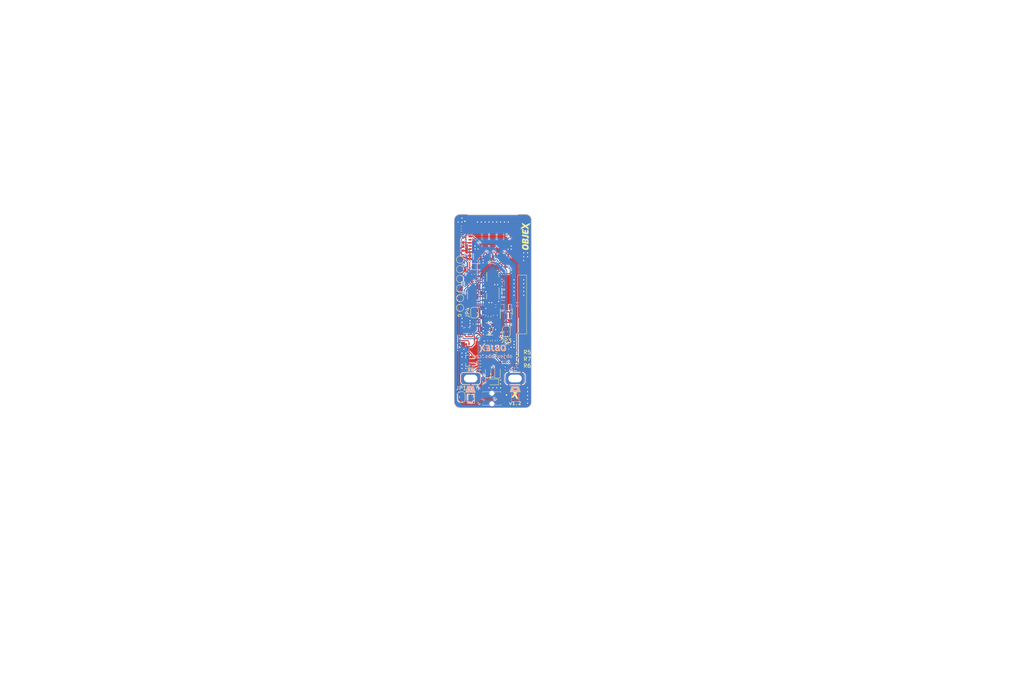
<source format=kicad_pcb>
(kicad_pcb (version 20221018) (generator pcbnew)
  (title_block (title "DW Sensor Module - (No modular design)") (date "2023-04-04") (rev "1.2") (company "OBJEX") (comment 1 "objexlabs.com") (comment 2 "Designer: Salvatore Raccardi"))
  (layers (0 "F.Cu" signal) (31 "B.Cu" signal) (34 "B.Paste" user) (35 "F.Paste" user) (36 "B.SilkS" user "B.Silkscreen") (37 "F.SilkS" user "F.Silkscreen") (38 "B.Mask" user) (39 "F.Mask" user) (44 "Edge.Cuts" user))
  (net 0 "")
  (net 1 "/Microcontroller + WiFi-BLE/EN")
  (net 2 "GND")
  (net 3 "/Microcontroller + WiFi-BLE/GPIO0")
  (net 4 "/Microcontroller + WiFi-BLE/GPIO1")
  (net 5 "+3V3")
  (net 6 "VCC")
  (net 7 "Net-(U5A-B)")
  (net 8 "Net-(JP3-A)")
  (net 9 "/Microcontroller + WiFi-BLE/BATT_LVL")
  (net 10 "+1V8")
  (net 11 "Net-(D1-A)")
  (net 12 "Net-(D2-A)")
  (net 13 "Net-(D3-A)")
  (net 14 "+BATT")
  (net 15 "Net-(D5-A)")
  (net 16 "Net-(U5A-Y)")
  (net 17 "/Power Latch - Rising & falling edge detector /Gate")
  (net 18 "/Microcontroller + WiFi-BLE/AUTO_TURN_OFF")
  (net 19 "Net-(Q4-S)")
  (net 20 "/Microcontroller + WiFi-BLE/GPIO8")
  (net 21 "Net-(Q5-S)")
  (net 22 "/Microcontroller + WiFi-BLE/GPIO2")
  (net 23 "/Microcontroller + WiFi-BLE/LED_RED")
  (net 24 "Net-(U2-EN)")
  (net 25 "Net-(U3-OUT)")
  (net 26 "Net-(R6-Pad2)")
  (net 27 "Net-(U4A-Y)")
  (net 28 "/Microcontroller + WiFi-BLE/IN_STATUS")
  (net 29 "Net-(U6-SDO)")
  (net 30 "Net-(U6-CSB)")
  (net 31 "/Microcontroller + WiFi-BLE/LED_GREEN")
  (net 32 "/Microcontroller + WiFi-BLE/LED_BLUE")
  (net 35 "/Microcontroller + WiFi-BLE/TX{slash}GPIO21")
  (net 36 "/Microcontroller + WiFi-BLE/RX{slash}GPIO20")
  (net 37 "/Microcontroller + WiFi-BLE/DTR{slash}GPIO9")
  (net 56 "Net-(Q1-Pad1)")
  (net 57 "Net-(Q3-Pad1)")
  (footprint "Resistor_SMD:R_0402_1005Metric" (layer "F.Cu") (at 141.796209 113.38937 180)
    (fp_text reference "R23" hide)
    (fp_text value "1K")
  )
  (footprint "lib:DMG3415UFY47" (layer "F.Cu") (at 138.25 105.325)
    (fp_text reference "Q6" hide)
    (fp_text value "DMG3415UFY4Q-7" hide)
  )
  (footprint "Resistor_SMD:R_0603_1608Metric" (layer "F.Cu") (at 151.4 110.8)
    (fp_text reference "R5")
    (fp_text value "100M")
  )
  (footprint "Resistor_SMD:R_0402_1005Metric" (layer "F.Cu") (at 147.75 96.5 -90)
    (fp_text reference "R15" hide)
    (fp_text value "10K")
  )
  (footprint "Resistor_SMD:R_0402_1005Metric" (layer "F.Cu") (at 136.82 82.3)
    (fp_text reference "R1" hide)
    (fp_text value "10K")
  )
  (footprint "lib:2N7002KQBZ" (layer "F.Cu") (at 138.5 109.17 180)
    (fp_text reference "Q3" hide)
    (fp_text value "2N7002KQBZ" hide)
  )
  (footprint "Diode_SMD:D_SOD-323" (layer "F.Cu") (at 139.4 122.45 90)
    (fp_text reference "D5" hide)
    (fp_text value "1N4148WS")
  )
  (footprint "Package_TO_SOT_SMD:SOT-23" (layer "F.Cu") (at 145 90.7 90)
    (fp_text reference "Q4" hide)
    (fp_text value "BSS138")
  )
  (footprint "lib:SOT353" (layer "F.Cu") (at 147.2 112.7 180)
    (fp_text reference "U4" hide)
    (fp_text value "SN74LVC1G86DBVR")
  )
  (footprint "LED_SMD:LED_0603_1608Metric" (layer "F.Cu") (at 143.8 116 90)
    (fp_text reference "D2" hide)
    (fp_text value "GREEN")
  )
  (footprint "Resistor_SMD:R_0402_1005Metric" (layer "F.Cu") (at 144 107.76 -90)
    (fp_text reference "R13" hide)
    (fp_text value "100K")
  )
  (footprint "Capacitor_SMD:C_0402_1005Metric" (layer "F.Cu") (at 144 110 90)
    (fp_text reference "C12" hide)
    (fp_text value "10uF")
  )
  (footprint "TestPoint:TestPoint_Pad_D1.5mm" (layer "F.Cu") (at 136.5 91.75)
    (fp_text reference "TP5" hide)
    (fp_text value "RX")
  )
  (footprint "lib:TSOT-23" (layer "F.Cu") (at 144.143 104.75)
    (fp_text reference "U2" hide)
    (fp_text value "RT9080-33GJ5")
  )
  (footprint "Package_TO_SOT_SMD:SOT-23" (layer "F.Cu") (at 140 95.4 90)
    (fp_text reference "Q5" hide)
    (fp_text value "BSS138")
  )
  (footprint "Capacitor_SMD:C_0402_1005Metric" (layer "F.Cu") (at 148.031863 103.01141)
    (fp_text reference "C15" hide)
    (fp_text value "1uF")
  )
  (footprint "Jumper:SolderJumper-2_P1.3mm_Open_RoundedPad1.0x1.5mm" (layer "F.Cu") (at 140.25 100.5 90)
    (fp_text reference "JP4")
    (fp_text value "SolderJumper_2_Open")
  )
  (footprint "Capacitor_SMD:C_0402_1005Metric" (layer "F.Cu") (at 145.73 98.8 180)
    (fp_text reference "C14" hide)
    (fp_text value "1uF")
  )
  (footprint "Capacitor_SMD:C_0402_1005Metric" (layer "F.Cu") (at 141.3 90.575 -90)
    (fp_text reference "C3" hide)
    (fp_text value "12pF")
  )
  (footprint "Jumper:SolderJumper-2_P1.3mm_Bridged_RoundedPad1.0x1.5mm" (layer "F.Cu") (at 148.5 105.4 90)
    (fp_text reference "JP3")
    (fp_text value "SolderJumper_2_Bridged")
  )
  (footprint "Ablic:S'5701BC11B'L3T2U5" (layer "F.Cu") (at 146.8025 98.38 90)
    (fp_text reference "U3" hide)
    (fp_text value "S-5701BC11B-L3T2U5")
  )
  (footprint "Resistor_SMD:R_0402_1005Metric" (layer "F.Cu") (at 141.8 115 180)
    (fp_text reference "R20" hide)
    (fp_text value "1K")
  )
  (footprint "Resistor_SMD:R_0402_1005Metric" (layer "F.Cu") (at 144.143 101.5 90)
    (fp_text reference "R4" hide)
    (fp_text value "10K")
  )
  (footprint "libMaster:Xlogo" (layer "F.Cu") (at 150.75 121.6)
    (fp_text reference "G***" hide)
    (fp_text value "LOGO" hide)
  )
  (footprint "Package_TO_SOT_SMD:SOT-23-5" (layer "F.Cu") (at 148.5 100.25 90)
    (fp_text reference "U8" hide)
    (fp_text value "MCP1802T-1802I/OT")
  )
  (footprint "Crystal:Crystal_SMD_2012-2Pin_2.0x1.2mm" (layer "F.Cu") (at 140.6 88.575)
    (fp_text reference "Y1" hide)
    (fp_text value "Crystal")
  )
  (footprint "Capacitor_SMD:C_0603_1608Metric" (layer "F.Cu") (at 142.419175 109.697907 90)
    (fp_text reference "C8" hide)
    (fp_text value "10uF")
  )
  (footprint "kibuzzard-64258E65" (layer "F.Cu") (at 136.4 101.2 -90)
    (fp_text reference "kibuzzard-64258E65" hide)
    (fp_text value "G***" hide)
  )
  (footprint "Capacitor_SMD:C_0603_1608Metric" (layer "F.Cu") (at 142.643 101.25 90)
    (fp_text reference "C6" hide)
    (fp_text value "1uF")
  )
  (footprint "Resistor_SMD:R_0402_1005Metric" (layer "F.Cu") (at 145.883421 110.478933 180)
    (fp_text reference "R10" hide)
    (fp_text value "10K")
  )
  (footprint "BatteryTerminal:5204" (layer "F.Cu") (at 150.78 118.5)
    (fp_text reference "U1" hide)
    (fp_text value "5204")
  )
  (footprint "kibuzzard-642BF0F2" (layer "F.Cu") (at 150.75 124)
    (fp_text reference "kibuzzard-642BF0F2" hide)
    (fp_text value "G***" hide)
  )
  (footprint "Package_LGA:Bosch_LGA-8_3x3mm_P0.8mm_ClockwisePinNumbering" (layer "F.Cu") (at 145 95.5)
    (fp_text reference "U6" hide)
    (fp_text value "BME680")
  )
  (footprint "LED_SMD:LED_0603_1608Metric" (layer "F.Cu") (at 145 118.4875 180)
    (fp_text reference "D3" hide)
    (fp_text value "BLUE")
  )
  (footprint "TestPoint:TestPoint_Pad_D1.5mm" (layer "F.Cu") (at 136.5 94.25)
    (fp_text reference "TP6" hide)
    (fp_text value "RTS")
  )
  (footprint "TestPoint:TestPoint_Pad_D1.5mm" (layer "F.Cu") (at 136.5 99.25)
    (fp_text reference "TP8" hide)
    (fp_text value "GND")
  )
  (footprint "lib:XCVR_ESP32-C3-MINI-1-N4" (layer "F.Cu") (at 145 78.1)
    (fp_text reference "U7" hide)
    (fp_text value "ESP32-C3-MINI-1-N4")
  )
  (footprint "TestPoint:TestPoint_Pad_D1.5mm" (layer "F.Cu") (at 136.5 96.75)
    (fp_text reference "TP7" hide)
    (fp_text value "DTR")
  )
  (footprint "Resistor_SMD:R_0402_1005Metric" (layer "F.Cu") (at 147.5 110 90)
    (fp_text reference "R8" hide)
    (fp_text value "10K")
  )
  (footprint "lib:ONSC-SOT-1123-3-524AA_V" (layer "F.Cu") (at 140.25 105.5 90)
    (fp_text reference "Q2" hide)
    (fp_text value "NTNUS3171PZT5G")
  )
  (footprint "Resistor_SMD:R_0402_1005Metric" (layer "F.Cu") (at 145.25 107.76 -90)
    (fp_text reference "R14" hide)
    (fp_text value "150K")
  )
  (footprint "Resistor_SMD:R_0402_1005Metric" (layer "F.Cu") (at 142.5 94 90)
    (fp_text reference "R16" hide)
    (fp_text value "10K")
  )
  (footprint "Capacitor_SMD:C_0402_1005Metric" (layer "F.Cu") (at 136.82 79.7 180)
    (fp_text reference "C4" hide)
    (fp_text value "10uF")
  )
  (footprint "lib:436331045822" (layer "F.Cu") (at 144.75 122.775)
    (fp_text reference "S2" hide)
    (fp_text value "436331045822" hide)
  )
  (footprint "kibuzzard-64258E23" (layer "F.Cu") (at 139.2 115.25)
    (fp_text reference "kibuzzard-64258E23" hide)
    (fp_text value "G***" hide)
  )
  (footprint "Capacitor_SMD:C_0402_1005Metric" (layer "F.Cu") (at 140.25 103.5 90)
    (fp_text reference "C9" hide)
    (fp_text value "10uF")
  )
  (footprint "TestPoint:TestPoint_Pad_D1.5mm" (layer "F.Cu") (at 136.5 89.25)
    (fp_text reference "TP4" hide)
    (fp_text value "TX")
  )
  (footprint "Resistor_SMD:R_0402_1005Metric" (layer "F.Cu") (at 142.5 96.8 90)
    (fp_text reference "R17" hide)
    (fp_text value "10K")
  )
  (footprint "BatteryTerminal:5226" (layer "F.Cu") (at 139.28 112)
    (fp_text reference "U10" hide)
    (fp_text value "5226")
  )
  (footprint "LED_SMD:LED_0603_1608Metric" (layer "F.Cu") (at 146.2 115.9625 90)
    (fp_text reference "D1" hide)
    (fp_text value "RED")
  )
  (footprint "lib:MDSM4R1218" (layer "F.Cu") (at 152.6 98.4 90)
    (fp_text reference "S1" hide)
    (fp_text value "MDSM-4R-12-18" hide)
  )
  (footprint "Resistor_SMD:R_0402_1005Metric" (layer "F.Cu") (at 148.2 88.175 -90)
    (fp_text reference "R2" hide)
    (fp_text value "10K")
  )
  (footprint "Capacitor_SMD:C_0402_1005Metric" (layer "F.Cu") (at 141.3 103.5 90)
    (fp_text reference "C10" hide)
    (fp_text value "1uF")
  )
  (footprint "Resistor_SMD:R_0402_1005Metric" (layer "F.Cu") (at 142.8 118.8 90)
    (fp_text reference "R21" hide)
    (fp_text value "1K")
  )
  (footprint "Capacitor_SMD:C_0402_1005Metric" (layer "F.Cu") (at 136.8 78.4 180)
    (fp_text reference "C5" hide)
    (fp_text value "0.1uF")
  )
  (footprint "Resistor_SMD:R_0402_1005Metric" (layer "F.Cu") (at 148.2 115)
    (fp_text reference "R3" hide)
    (fp_text value "1K")
  )
  (footprint "Resistor_SMD:R_0402_1005Metric" (layer "F.Cu") (at 136.25 109.5 -90)
    (fp_text reference "R22" hide)
    (fp_text value "100K")
  )
  (footprint "lib:SOT95P237X112-3N" (layer "F.Cu") (at 138.585 113 180)
    (fp_text reference "Q1" hide)
    (fp_text value "BC857B_RF")
  )
  (footprint "Resistor_SMD:R_0402_1005Metric" (layer "F.Cu") (at 148.75 110 -90)
    (fp_text reference "R9" hide)
    (fp_text value "10K")
  )
  (footprint "Resistor_SMD:R_0402_1005Metric" (layer "F.Cu") (at 136.25 107.25 90)
    (fp_text reference "R12" hide)
    (fp_text value "10K")
  )
  (footprint "Jumper:SolderJumper-2_P1.3mm_Open_RoundedPad1.0x1.5mm" (layer "F.Cu") (at 136.8 122.4 -90)
    (fp_text reference "JP1")
    (fp_text value "SolderJumper_2_Open")
  )
  (footprint "Capacitor_SMD:C_0402_1005Metric" (layer "F.Cu") (at 137.331838 83.939373 -90)
    (fp_text reference "C1" hide)
    (fp_text value "10uF")
  )
  (footprint "kibuzzard-64258E17" (layer "F.Cu") (at 150.8 115.6)
    (fp_text reference "kibuzzard-64258E17" hide)
    (fp_text value "G***" hide)
  )
  (footprint "Resistor_SMD:R_0603_1608Metric" (layer "F.Cu") (at 151.4 114.3)
    (fp_text reference "R6")
    (fp_text value "R")
  )
  (footprint "Resistor_SMD:R_0402_1005Metric" (layer "F.Cu") (at 141.5 107.24 180)
    (fp_text reference "R11" hide)
    (fp_text value "1M")
  )
  (footprint "lib:SOT353" (layer "F.Cu") (at 144 112.59 -90)
    (fp_text reference "U5" hide)
    (fp_text value "SN74LVC1G86DBVR")
  )
  (footprint "TestPoint:TestPoint_Pad_D1.5mm" (layer "F.Cu") (at 136.5 86.75)
    (fp_text reference "TP3" hide)
    (fp_text value "VBUS")
  )
  (footprint "Resistor_SMD:R_0402_1005Metric" (layer "F.Cu") (at 147.75 94.5 90)
    (fp_text reference "R18" hide)
    (fp_text value "10K")
  )
  (footprint "Capacitor_SMD:C_0402_1005Metric" (layer "F.Cu") (at 146.5 107.74 -90)
    (fp_text reference "C11" hide)
    (fp_text value "10nF")
  )
  (footprint "Capacitor_SMD:C_0603_1608Metric" (layer "F.Cu") (at 145.643 101.25 -90)
    (fp_text reference "C7" hide)
    (fp_text value "1uF/4.7uF")
  )
  (footprint "Resistor_SMD:R_0402_1005Metric" (layer "F.Cu") (at 136.82 81 180)
    (fp_text reference "R19" hide)
    (fp_text value "10K")
  )
  (footprint "Resistor_SMD:R_0603_1608Metric" (layer "F.Cu") (at 151.4 112.55)
    (fp_text reference "R7")
    (fp_text value "R")
  )
  (footprint "Capacitor_SMD:C_0402_1005Metric" (layer "F.Cu") (at 139.9 90.58 -90)
    (fp_text reference "C2" hide)
    (fp_text value "12pF")
  )
  (footprint "KicadLibrary:logov2-mini" (layer "F.Cu") (at 153.5 80.8 90)
    (fp_text reference "G***" hide)
    (fp_text value "LOGO" hide)
  )
  (footprint "kibuzzard-64258FE0" (layer "B.Cu") (at 150.8 120.4 180)
    (fp_text reference "kibuzzard-64258FE0" hide)
    (fp_text value "G***" hide)
  )
  (footprint "kibuzzard-64258E17" (layer "B.Cu") (at 150.8 115.6)
    (fp_text reference "kibuzzard-64258E17" hide)
    (fp_text value "G***" hide)
  )
  (footprint "KicadLibrary:logov2-mini" (layer "B.Cu") (at 145 109.75 180)
    (fp_text reference "G***" hide)
    (fp_text value "LOGO" hide)
  )
  (footprint "kibuzzard-64258E23" (layer "B.Cu") (at 139.167506 115.25 180)
    (fp_text reference "kibuzzard-64258E23" hide)
    (fp_text value "G***" hide)
  )
  (footprint "TestPoint:TestPoint_Pad_1.5x1.5mm" (layer "B.Cu") (at 139.2 122.6 180)
    (fp_text reference "TP1" hide)
    (fp_text value "BATT")
  )
  (footprint "kibuzzard-63AF0800" (layer "B.Cu") (at 139.2 120.4 180)
    (fp_text reference "kibuzzard-63AF0800" hide)
    (fp_text value "G***" hide)
  )
  (footprint "TestPoint:TestPoint_Pad_1.5x1.5mm" (layer "B.Cu") (at 150.8 122.6 180)
    (fp_text reference "TP2" hide)
    (fp_text value "GND")
  )
  (footprint "kibuzzard-642BF081" (layer "B.Cu") (at 144.9 111.85 180)
    (fp_text reference "kibuzzard-642BF081" hide)
    (fp_text value "G***" hide)
  )
  (gr_arc (start 136.5 125.18934) (mid 135.43934 124.75) (end 135 123.68934) (stroke (width 0.15)) (layer "Edge.Cuts"))
  (gr_line (start 153.5 125.18934) (end 136.5 125.18934) (stroke (width 0.1)) (layer "Edge.Cuts"))
  (gr_line (start 155 76.5) (end 155 123.68934) (stroke (width 0.1)) (layer "Edge.Cuts"))
  (gr_arc (start 153.5 75) (mid 154.56066 75.43934) (end 155 76.5) (stroke (width 0.15)) (layer "Edge.Cuts"))
  (gr_arc (start 155 123.68934) (mid 154.56066 124.75) (end 153.5 125.18934) (stroke (width 0.15)) (layer "Edge.Cuts"))
  (gr_line (start 135 123.68934) (end 135 76.5) (stroke (width 0.1)) (layer "Edge.Cuts"))
  (gr_line (start 136.5 75) (end 153.5 75) (stroke (width 0.1)) (layer "Edge.Cuts"))
  (gr_arc (start 135 76.5) (mid 135.43934 75.43934) (end 136.5 75) (stroke (width 0.15)) (layer "Edge.Cuts"))
  (segment (start 137.33 82.3) (end 137.33 83.457535) (width 0.25) (layer "F.Cu") (net 1))
  (segment (start 137.8 85.5) (end 137.2 85.5) (width 0.25) (layer "F.Cu") (net 1))
  (segment (start 147.55 121.925) (end 146.475 121.925) (width 0.25) (layer "F.Cu") (net 1))
  (segment (start 136.940627 83.459373) (end 137.331838 83.459373) (width 0.25) (layer "F.Cu") (net 1))
  (segment (start 136.5 83.9) (end 136.940627 83.459373) (width 0.25) (layer "F.Cu") (net 1))
  (segment (start 138.1 82.3) (end 138.2 82.4) (width 0.25) (layer "F.Cu") (net 1))
  (segment (start 138.2 82.4) (end 139.1 82.4) (width 0.25) (layer "F.Cu") (net 1))
  (segment (start 146.475 121.925) (end 145.5 122.9) (width 0.25) (layer "F.Cu") (net 1))
  (segment (start 137.2 85.5) (end 136.5 84.8) (width 0.25) (layer "F.Cu") (net 1))
  (segment (start 136.5 94.25) (end 137.3 93.45) (width 0.25) (layer "F.Cu") (net 1))
  (segment (start 137.3 93.45) (end 137.3 93.1) (width 0.25) (layer "F.Cu") (net 1))
  (segment (start 137.33 82.3) (end 138.1 82.3) (width 0.25) (layer "F.Cu") (net 1))
  (segment (start 136.5 84.8) (end 136.5 83.9) (width 0.25) (layer "F.Cu") (net 1))
  (segment (start 137.33 83.457535) (end 137.331838 83.459373) (width 0.25) (layer "F.Cu") (net 1))
  (via (at 137.3 93.1) (size 0.6) (drill 0.3) (layers "F.Cu" "B.Cu") (net 1))
  (via (at 137.8 85.5) (size 0.6) (drill 0.3) (layers "F.Cu" "B.Cu") (net 1))
  (via (at 145.5 122.9) (size 0.6) (drill 0.3) (layers "F.Cu" "B.Cu") (net 1))
  (segment (start 138.3 88.5) (end 137.1 89.7) (width 0.25) (layer "B.Cu") (net 1))
  (segment (start 137.1 92.3) (end 137.3 92.5) (width 0.25) (layer "B.Cu") (net 1))
  (segment (start 141.4 124.1) (end 142.6 122.9) (width 0.25) (layer "B.Cu") (net 1))
  (segment (start 137.3 92.5) (end 137.3 93.1) (width 0.25) (layer "B.Cu") (net 1))
  (segment (start 137.3 93.9) (end 136.1 95.1) (width 0.25) (layer "B.Cu") (net 1))
  (segment (start 138.3 86) (end 138.3 88.5) (width 0.25) (layer "B.Cu") (net 1))
  (segment (start 137.1 89.7) (end 137.1 92.3) (width 0.25) (layer "B.Cu") (net 1))
  (segment (start 136.1 95.1) (end 136.1 123.1) (width 0.25) (layer "B.Cu") (net 1))
  (segment (start 137.1 124.1) (end 141.4 124.1) (width 0.25) (layer "B.Cu") (net 1))
  (segment (start 136.1 123.1) (end 137.1 124.1) (width 0.25) (layer "B.Cu") (net 1))
  (segment (start 137.3 93.1) (end 137.3 93.9) (width 0.25) (layer "B.Cu") (net 1))
  (segment (start 137.8 85.5) (end 138.3 86) (width 0.25) (layer "B.Cu") (net 1))
  (segment (start 142.6 122.9) (end 145.5 122.9) (width 0.25) (layer "B.Cu") (net 1))
  (segment (start 148.5 101.3875) (end 148.5 102.999547) (width 0.25) (layer "F.Cu") (net 2))
  (segment (start 141.9 103.5) (end 141.42 103.02) (width 0.25) (layer "F.Cu") (net 2))
  (segment (start 143 104.75) (end 142.435 104.75) (width 0.25) (layer "F.Cu") (net 2))
  (segment (start 145.25 108.27) (end 146.45 108.27) (width 0.25) (layer "F.Cu") (net 2))
  (segment (start 145.268 100.1) (end 145.643 100.475) (width 0.25) (layer "F.Cu") (net 2))
  (segment (start 149.85 75.85) (end 149.8 75.9) (width 0.25) (layer "F.Cu") (net 2))
  (segment (start 143.025 78.825) (end 145 78.825) (width 0.25) (layer "F.Cu") (net 2))
  (segment (start 139.1 84.8) (end 138.4 84.8) (width 0.25) (layer "F.Cu") (net 2))
  (segment (start 138.175 108.67) (end 137.83 108.67) (width 0.25) (layer "F.Cu") (net 2))
  (segment (start 144.9 98.8) (end 144 97.9) (width 0.25) (layer "F.Cu") (net 2))
  (segment (start 144.6 97.8) (end 144.7 97.9) (width 0.25) (layer "F.Cu") (net 2))
  (segment (start 145.25 98.8) (end 144.9 98.8) (width 0.25) (layer "F.Cu") (net 2))
  (segment (start 138.4 84.8) (end 138.1 84.5) (width 0.25) (layer "F.Cu") (net 2))
  (segment (start 143.025 78.825) (end 143.025 80.8) (width 0.25) (layer "F.Cu") (net 2))
  (segment (start 148.5 102.999547) (end 148.511863 103.01141) (width 0.25) (layer "F.Cu") (net 2))
  (segment (start 137.412465 84.5) (end 137.331838 84.419373) (width 0.25) (layer "F.Cu") (net 2))
  (segment (start 142.435 104.75) (end 141.9 104.215) (width 0.25) (layer "F.Cu") (net 2))
  (segment (start 137.83 108.67) (end 137.5 109) (width 0.25) (layer "F.Cu") (net 2))
  (segment (start 143.9 100.1) (end 145.268 100.1) (width 0.25) (layer "F.Cu") (net 2))
  (segment (start 150.95 75.85) (end 149.85 75.85) (width 0.25) (layer "F.Cu") (net 2))
  (segment (start 144.6 96.6875) (end 144.6 97.8) (width 0.25) (layer "F.Cu") (net 2))
  (segment (start 139.1 75.9) (end 139.05 75.85) (width 0.25) (layer "F.Cu") (net 2))
  (segment (start 141.9 104.215) (end 141.9 103.5) (width 0.25) (layer "F.Cu") (net 2))
  (segment (start 136.34 79.7) (end 136.34 78.42) (width 0.25) (layer "F.Cu") (net 2))
  (segment (start 140.2 75.9) (end 139.1 75.9) (width 0.25) (layer "F.Cu") (net 2))
  (segment (start 146.45 108.27) (end 146.5 108.22) (width 0.25) (layer "F.Cu") (net 2))
  (segment (start 141.42 103.02) (end 141.3 103.02) (width 0.25) (layer "F.Cu") (net 2))
  (segment (start 138.1 84.5) (end 137.412465 84.5) (width 0.25) (layer "F.Cu") (net 2))
  (segment (start 143.2 99.4) (end 143.9 100.1) (width 0.25) (layer "F.Cu") (net 2))
  (segment (start 137.5 109) (end 137.5 110) (width 0.25) (layer "F.Cu") (net 2))
  (segment (start 136.34 78.42) (end 136.32 78.4) (width 0.25) (layer "F.Cu") (net 2))
  (segment (start 142.643 99.957) (end 143.2 99.4) (width 0.25) (layer "F.Cu") (net 2))
  (segment (start 142.643 100.475) (end 142.643 99.957) (width 0.25) (layer "F.Cu") (net 2))
  (via (at 154 123) (size 0.6) (drill 0.3) (layers "F.Cu" "B.Cu") (net 2))
  (via (at 139.1 104) (size 0.6) (drill 0.3) (layers "F.Cu" "B.Cu") (net 2))
  (via (at 153 96) (size 0.6) (drill 0.3) (layers "F.Cu" "B.Cu") (net 2))
  (via (at 137 115) (size 0.6) (drill 0.3) (layers "F.Cu" "B.Cu") (net 2))
  (via (at 154 122) (size 0.6) (drill 0.3) (layers "F.Cu" "B.Cu") (net 2))
  (via (at 143.2 95.1) (size 0.6) (drill 0.3) (layers "F.Cu" "B.Cu") (net 2))
  (via (at 147 119) (size 0.6) (drill 0.3) (layers "F.Cu" "B.Cu") (net 2))
  (via (at 150.5 95) (size 0.6) (drill 0.3) (layers "F.Cu" "B.Cu") (net 2))
  (via (at 150.5 94) (size 0.6) (drill 0.3) (layers "F.Cu" "B.Cu") (net 2))
  (via (at 142 77) (size 0.6) (drill 0.3) (layers "F.Cu" "B.Cu") (net 2))
  (via (at 154 85) (size 0.6) (drill 0.3) (layers "F.Cu" "B.Cu") (net 2))
  (via (at 145 109.25) (size 0.6) (drill 0.3) (layers "F.Cu" "B.Cu") (net 2))
  (via (at 141 77) (size 0.6) (drill 0.3) (layers "F.Cu" "B.Cu") (net 2))
  (via (at 142.4 111.5) (size 0.6) (drill 0.3) (layers "F.Cu" "B.Cu") (net 2))
  (via (at 145 120) (size 0.6) (drill 0.3) (layers "F.Cu" "B.Cu") (net 2))
  (via (at 153 87) (size 0.6) (drill 0.3) (layers "F.Cu" "B.Cu") (net 2))
  (via (at 138 111) (size 0.6) (drill 0.3) (layers "F.Cu" "B.Cu") (net 2))
  (via (at 140.4 84) (size 0.6) (drill 0.3) (layers "F.Cu" "B.Cu") (net 2))
  (via (at 137 102) (size 0.6) (drill 0.3) (layers "F.Cu" "B.Cu") (net 2))
  (via (at 154 86) (size 0.6) (drill 0.3) (layers "F.Cu" "B.Cu") (net 2))
  (via (at 148 77) (size 0.6) (drill 0.3) (layers "F.Cu" "B.Cu") (net 2))
  (via (at 137.5 110) (size 0.6) (drill 0.3) (layers "F.Cu" "B.Cu") (net 2))
  (via (at 143.2 99.4) (size 0.6) (drill 0.3) (layers "F.Cu" "B.Cu") (net 2))
  (via (at 146.5 97.6) (size 0.6) (drill 0.3) (layers "F.Cu" "B.Cu") (net 2))
  (via (at 150.5 108) (size 0.6) (drill 0.3) (layers "F.Cu" "B.Cu") (net 2))
  (via (at 154 121) (size 0.6) (drill 0.3) (layers "F.Cu" "B.Cu") (net 2))
  (via (at 149.75 84.05) (size 0.6) (drill 0.3) (layers "F.Cu" "B.Cu") (net 2))
  (via (at 137 76) (size 0.6) (drill 0.3) (layers "F.Cu" "B.Cu") (net 2))
  (via (at 137 104) (size 0.6) (drill 0.3) (layers "F.Cu" "B.Cu") (net 2))
  (via (at 150.5 96) (size 0.6) (drill 0.3) (layers "F.Cu" "B.Cu") (net 2))
  (via (at 146.25 93.25) (size 0.6) (drill 0.3) (layers "F.Cu" "B.Cu") (net 2))
  (via (at 154 124) (size 0.6) (drill 0.3) (layers "F.Cu" "B.Cu") (net 2))
  (via (at 141.2 84) (size 0.6) (drill 0.3) (layers "F.Cu" "B.Cu") (net 2))
  (via (at 147 120) (size 0.6) (drill 0.3) (layers "F.Cu" "B.Cu") (net 2))
  (via (at 149 77) (size 0.6) (drill 0.3) (layers "F.Cu" "B.Cu") (net 2))
  (via (at 140.5 93.25) (size 0.6) (drill 0.3) (layers "F.Cu" "B.Cu") (net 2))
  (via (at 153 92) (size 0.6) (drill 0.3) (layers "F.Cu" "B.Cu") (net 2))
  (via (at 136 77) (size 0.6) (drill 0.3) (layers "F.Cu" "B.Cu") (net 2))
  (via (at 153 85) (size 0.6) (drill 0.3) (layers "F.Cu" "B.Cu") (net 2))
  (via (at 148.95 84.05) (size 0.6) (drill 0.3) (layers "F.Cu" "B.Cu") (net 2))
  (via (at 153 94) (size 0.6) (drill 0.3) (layers "F.Cu" "B.Cu") (net 2))
  (via (at 145 117.25) (size 0.6) (drill 0.3) (layers "F.Cu" "B.Cu") (net 2))
  (via (at 150.5 92) (size 0.6) (drill 0.3) (layers "F.Cu" "B.Cu") (net 2))
  (via (at 150.5 93) (size 0.6) (drill 0.3) (layers "F.Cu" "B.Cu") (net 2))
  (via (at 140.4 83.2) (size 0.6) (drill 0.3) (layers "F.Cu" "B.Cu") (net 2))
  (via (at 145.7 104.9) (size 0.6) (drill 0.3) (layers "F.Cu" "B.Cu") (net 2))
  (via (at 153 86) (size 0.6) (drill 0.3) (layers "F.Cu" "B.Cu") (net 2))
  (via (at 146 120) (size 0.6) (drill 0.3) (layers "F.Cu" "B.Cu") (net 2))
  (via (at 150.5 109.5) (size 0.6) (drill 0.3) (layers "F.Cu" "B.Cu") (net 2))
  (via (at 147 77) (size 0.6) (drill 0.3) (layers "F.Cu" "B.Cu") (net 2))
  (via (at 139.1 102.6) (size 0.6) (drill 0.3) (layers "F.Cu" "B.Cu") (net 2))
  (via (at 137 77) (size 0.6) (drill 0.3) (layers "F.Cu" "B.Cu") (net 2))
  (via (at 137 112) (size 0.6) (drill 0.3) (layers "F.Cu" "B.Cu") (net 2))
  (via (at 144.2 104.6) (size 0.6) (drill 0.3) (layers "F.Cu" "B.Cu") (net 2))
  (via (at 153 95) (size 0.6) (drill 0.3) (layers "F.Cu" "B.Cu") (net 2))
  (via (at 142.5 87.6) (size 0.6) (drill 0.3) (layers "F.Cu" "B.Cu") (net 2))
  (via (at 139.1 103.3) (size 0.6) (drill 0.3) (layers "F.Cu" "B.Cu") (net 2))
  (via (at 138 115) (size 0.6) (drill 0.3) (layers "F.Cu" "B.Cu") (net 2))
  (via (at 153 93) (size 0.6) (drill 0.3) (layers "F.Cu" "B.Cu") (net 2))
  (via (at 142.76969 107.855149) (size 0.6) (drill 0.3) (layers "F.Cu" "B.Cu") (net 2))
  (via (at 146 77) (size 0.6) (drill 0.3) (layers "F.Cu" "B.Cu") (net 2))
  (via (at 154 120) (size 0.6) (drill 0.3) (layers "F.Cu" "B.Cu") (net 2))
  (via (at 145.75 109.25) (size 0.6) (drill 0.3) (layers "F.Cu" "B.Cu") (net 2))
  (via (at 143 77) (size 0.6) (drill 0.3) (layers "F.Cu" "B.Cu") (net 2))
  (via (at 149.75 109.5) (size 0.6) (drill 0.3) (layers "F.Cu" "B.Cu") (net 2))
  (via (at 137 111) (size 0.6) (drill 0.3) (layers "F.Cu" "B.Cu") (net 2))
  (via (at 147 118) (size 0.6) (drill 0.3) (layers "F.Cu" "B.Cu") (net 2))
  (via (at 142.5 86.9) (size 0.6) (drill 0.3) (layers "F.Cu" "B.Cu") (net 2))
  (via (at 145 77) (size 0.6) (drill 0.3) (layers "F.Cu" "B.Cu") (net 2))
  (via (at 150.5 108.75) (size 0.6) (drill 0.3) (layers "F.Cu" "B.Cu") (net 2))
  (via (at 137 103) (size 0.6) (drill 0.3) (layers "F.Cu" "B.Cu") (net 2))
  (via (at 144 97.9) (size 0.6) (drill 0.3) (layers "F.Cu" "B.Cu") (net 2))
  (via (at 137 114) (size 0.6) (drill 0.3) (layers "F.Cu" "B.Cu") (net 2))
  (via (at 144.7 97.9) (size 0.6) (drill 0.3) (layers "F.Cu" "B.Cu") (net 2))
  (via (at 144 77) (size 0.6) (drill 0.3) (layers "F.Cu" "B.Cu") (net 2))
  (via (at 144 120) (size 0.6) (drill 0.3) (layers "F.Cu" "B.Cu") (net 2))
  (via (at 146.5 109.25) (size 0.6) (drill 0.3) (layers "F.Cu" "B.Cu") (net 2))
  (via (at 149.75 83.25) (size 0.6) (drill 0.3) (layers "F.Cu" "B.Cu") (net 2))
  (via (at 145.5 93.25) (size 0.6) (drill 0.3) (layers "F.Cu" "B.Cu") (net 2))
  (segment (start 139.9 88.575) (end 139.9 87) (width 0.25) (layer "F.Cu") (net 3))
  (segment (start 140.2 86.7) (end 140.2 85.7) (width 0.25) (layer "F.Cu") (net 3))
  (segment (start 139.9 90.1) (end 139.9 88.575) (width 0.25) (layer "F.Cu") (net 3))
  (segment (start 139.9 87) (end 140.2 86.7) (width 0.25) (layer "F.Cu") (net 3))
  (segment (start 141 85.7) (end 141 86.7) (width 0.25) (layer "F.Cu") (net 4))
  (segment (start 141.3 90.095) (end 141.3 88.575) (width 0.25) (layer "F.Cu") (net 4))
  (segment (start 141.3 87) (end 141.3 88.575) (width 0.25) (layer "F.Cu") (net 4))
  (segment (start 141 86.7) (end 141.3 87) (width 0.25) (layer "F.Cu") (net 4))
  (segment (start 137.3 79.7) (end 137.3 80.01) (width 0.25) (layer "F.Cu") (net 5))
  (segment (start 147.55 100.65) (end 147.9 100.3) (width 0.3) (layer "F.Cu") (net 5))
  (segment (start 137.28 78.4) (end 137.28 79.68) (width 0.25) (layer "F.Cu") (net 5))
  (segment (start 147.9 100.3) (end 149.1 100.3) (width 0.3) (layer "F.Cu") (net 5))
  (segment (start 136.31 82.3) (end 136.31 83.09) (width 0.25) (layer "F.Cu") (net 5))
  (segment (start 147.55 101.3875) (end 147.55 100.65) (width 0.3) (layer "F.Cu") (net 5))
  (segment (start 148.9963 88.685) (end 148.985 88.685) (width 0.25) (layer "F.Cu") (net 5))
  (segment (start 136 85.3) (end 136.4 85.7) (width 0.25) (layer "F.Cu") (net 5))
  (segment (start 139.1 78.4) (end 137.28 78.4) (width 0.25) (layer "F.Cu") (net 5))
  (segment (start 137.65 86.75) (end 138.5 87.6) (width 0.25) (layer "F.Cu") (net 5))
  (segment (start 137.28 79.68) (end 137.3 79.7) (width 0.25) (layer "F.Cu") (net 5))
  (segment (start 136 83.4) (end 136 85.3) (width 0.25) (layer "F.Cu") (net 5))
  (segment (start 148.997587 88.6737) (end 148.9963 88.685) (width 0.25) (layer "F.Cu") (net 5))
  (segment (start 138.6 98.3) (end 143.1 98.3) (width 0.25) (layer "F.Cu") (net 5))
  (segment (start 149.1 100.3) (end 149.45 100.65) (width 0.3) (layer "F.Cu") (net 5))
  (segment (start 137.3 80.01) (end 136.31 81) (width 0.25) (layer "F.Cu") (net 5))
  (segment (start 138.5 95) (end 138.3 95.2) (width 0.25) (layer "F.Cu") (net 5))
  (segment (start 149.5 103.75) (end 149.5 103.6) (width 0.25) (layer "F.Cu") (net 5))
  (segment (start 148.2 88.685) (end 148.9737 88.685) (width 0.25) (layer "F.Cu") (net 5))
  (segment (start 136.31 81) (end 136.31 82.3) (width 0.25) (layer "F.Cu") (net 5))
  (segment (start 148.9737 88.685) (end 148.997587 88.6737) (width 0.25) (layer "F.Cu") (net 5))
  (segment (start 136.5 86.75) (end 137.65 86.75) (width 0.25) (layer "F.Cu") (net 5))
  (segment (start 136.31 83.09) (end 136 83.4) (width 0.25) (layer "F.Cu") (net 5))
  (segment (start 138.5 87.6) (end 138.5 95) (width 0.25) (layer "F.Cu") (net 5))
  (segment (start 146.4 99.5) (end 147.55 100.65) (width 0.25) (layer "F.Cu") (net 5))
  (segment (start 138.3 95.2) (end 138.3 98) (width 0.25) (layer "F.Cu") (net 5))
  (segment (start 144.3 99.5) (end 146.4 99.5) (width 0.25) (layer "F.Cu") (net 5))
  (segment (start 138.3 98) (end 138.6 98.3) (width 0.25) (layer "F.Cu") (net 5))
  (segment (start 149.45 100.65) (end 149.45 101.3875) (width 0.3) (layer "F.Cu") (net 5))
  (segment (start 136.4 85.7) (end 136.4 86.65) (width 0.25) (layer "F.Cu") (net 5))
  (segment (start 149.5 103.75) (end 148.5 104.75) (width 0.25) (layer "F.Cu") (net 5))
  (segment (start 143.1 98.3) (end 144.3 99.5) (width 0.25) (layer "F.Cu") (net 5))
  (via (at 148.997587 88.6737) (size 0.6) (drill 0.3) (layers "F.Cu" "B.Cu") (net 5))
  (via (at 149.5 103.6) (size 0.6) (drill 0.3) (layers "F.Cu" "B.Cu") (net 5))
  (segment (start 148.997587 88.6737) (end 149.5 89.176113) (width 0.25) (layer "B.Cu") (net 5))
  (segment (start 149.5 89.176113) (end 149.5 103.6) (width 0.25) (layer "B.Cu") (net 5))
  (segment (start 142.426268 110.48) (end 142.419175 110.472907) (width 0.25) (layer "F.Cu") (net 7))
  (segment (start 144.001067 110.478933) (end 144 110.48) (width 0.25) (layer "F.Cu") (net 7))
  (segment (start 145.373421 110.478933) (end 144.001067 110.478933) (width 0.25) (layer "F.Cu") (net 7))
  (segment (start 144 110.48) (end 144 111.79) (width 0.25) (layer "F.Cu") (net 7))
  (segment (start 144 110.48) (end 142.426268 110.48) (width 0.25) (layer "F.Cu") (net 7))
  (segment (start 138.25 105.325) (end 138.25 102.25) (width 0.3) (layer "F.Cu") (net 8))
  (segment (start 140.25 105.070001) (end 138.504999 105.070001) (width 0.3) (layer "F.Cu") (net 8))
  (segment (start 146.95 106.05) (end 148.5 106.05) (width 0.3) (layer "F.Cu") (net 8))
  (segment (start 140.25 105.070001) (end 140.25 103.98) (width 0.3) (layer "F.Cu") (net 8))
  (segment (start 139.35 101.15) (end 140.25 101.15) (width 0.3) (layer "F.Cu") (net 8))
  (segment (start 138.25 102.25) (end 139.35 101.15) (width 0.3) (layer "F.Cu") (net 8))
  (segment (start 140.25 103.98) (end 141.3 103.98) (width 0.3) (layer "F.Cu") (net 8))
  (segment (start 141.3 103.98) (end 141.3 105.4) (width 0.3) (layer "F.Cu") (net 8))
  (segment (start 141.3 105.4) (end 143.15 107.25) (width 0.3) (layer "F.Cu") (net 8))
  (segment (start 146.5 106.5) (end 146.95 106.05) (width 0.3) (layer "F.Cu") (net 8))
  (segment (start 143.15 107.25) (end 144 107.25) (width 0.3) (layer "F.Cu") (net 8))
  (segment (start 144.75 106.5) (end 146.5 106.5) (width 0.3) (layer "F.Cu") (net 8))
  (segment (start 144 107.25) (end 144.75 106.5) (width 0.3) (layer "F.Cu") (net 8))
  (segment (start 146.94 107.26) (end 147.2 107) (width 0.25) (layer "F.Cu") (net 9))
  (segment (start 144.23 108.27) (end 145.25 107.25) (width 0.25) (layer "F.Cu") (net 9))
  (segment (start 146.5 107.26) (end 146.94 107.26) (width 0.25) (layer "F.Cu") (net 9))
  (segment (start 144 108.27) (end 144.23 108.27) (width 0.25) (layer "F.Cu") (net 9))
  (segment (start 139.1 80.8) (end 139.9 80.8) (width 0.25) (layer "F.Cu") (net 9))
  (segment (start 139.9 80.8) (end 141.4 82.3) (width 0.25) (layer "F.Cu") (net 9))
  (segment (start 145.25 107.25) (end 146.49 107.25) (width 0.25) (layer "F.Cu") (net 9))
  (via (at 147.2 107) (size 0.6) (drill 0.3) (layers "F.Cu" "B.Cu") (net 9))
  (via (at 141.4 82.3) (size 0.6) (drill 0.3) (layers "F.Cu" "B.Cu") (net 9))
  (segment (start 147.2 107) (end 147.2 105.9) (width 0.25) (layer "B.Cu") (net 9))
  (segment (start 145.4 83) (end 142.1 83) (width 0.25) (layer "B.Cu") (net 9))
  (segment (start 146.4 84.8) (end 146.4 84) (width 0.25) (layer "B.Cu") (net 9))
  (segment (start 147.6 105.5) (end 147.6 90.6) (width 0.25) (layer "B.Cu") (net 9))
  (segment (start 146.4 84) (end 145.4 83) (width 0.25) (layer "B.Cu") (net 9))
  (segment (start 145.3 88.3) (end 145.3 85.9) (width 0.25) (layer "B.Cu") (net 9))
  (segment (start 145.3 85.9) (end 146.4 84.8) (width 0.25) (layer "B.Cu") (net 9))
  (segment (start 147.6 90.6) (end 145.3 88.3) (width 0.25) (layer "B.Cu") (net 9))
  (segment (start 147.2 105.9) (end 147.6 105.5) (width 0.25) (layer "B.Cu") (net 9))
  (segment (start 142.1 83) (end 141.4 82.3) (width 0.25) (layer "B.Cu") (net 9))
  (segment (start 145.7 96) (end 147.74 96) (width 0.25) (layer "F.Cu") (net 10))
  (segment (start 145.4 96.6875) (end 145.4 97.8) (width 0.25) (layer "F.Cu") (net 10))
  (segment (start 147 99.1) (end 147.5375 99.1) (width 0.25) (layer "F.Cu") (net 10))
  (segment (start 139 97.25) (end 139 96.3875) (width 0.25) (layer "F.Cu") (net 10))
  (segment (start 143.1775 97.31) (end 143.8 96.6875) (width 0.25) (layer "F.Cu") (net 10))
  (segment (start 147.75 95.99) (end 147.75 95.01) (width 0.25) (layer "F.Cu") (net 10))
  (segment (start 143.7 92.7) (end 144.05 92.35) (width 0.25) (layer "F.Cu") (net 10))
  (segment (start 143.8 96.1) (end 143.8 96.6875) (width 0.25) (layer "F.Cu") (net 10))
  (segment (start 145.4 96.6875) (end 145.4 96.2) (width 0.25) (layer "F.Cu") (net 10))
  (segment (start 143.9 96) (end 143.8 96.1) (width 0.25) (layer "F.Cu") (net 10))
  (segment (start 147.74 96) (end 147.75 95.99) (width 0.25) (layer "F.Cu") (net 10))
  (segment (start 141.438959 93.261041) (end 142 92.7) (width 0.25) (layer "F.Cu") (net 10))
  (segment (start 142.5 97.31) (end 143.1775 97.31) (width 0.25) (layer "F.Cu") (net 10))
  (segment (start 145.7 98.1) (end 146 98.1) (width 0.25) (layer "F.Cu") (net 10))
  (segment (start 146.21 98.8) (end 146.7 98.8) (width 0.25) (layer "F.Cu") (net 10))
  (segment (start 146.7 98.8) (end 147 99.1) (width 0.25) (layer "F.Cu") (net 10))
  (segment (start 144.05 92.35) (end 144.05 91.6375) (width 0.25) (layer "F.Cu") (net 10))
  (segment (start 142.5 97.31) (end 141.79 97.31) (width 0.25) (layer "F.Cu") (net 10))
  (segment (start 145.4 96.2) (end 145.2 96) (width 0.25) (layer "F.Cu") (net 10))
  (segment (start 145.2 96) (end 143.9 96) (width 0.25) (layer "F.Cu") (net 10))
  (segment (start 146.21 98.31) (end 146.21 98.8) (width 0.25) (layer "F.Cu") (net 10))
  (segment (start 139.611459 96.3375) (end 139.05 96.3375) (width 0.25) (layer "F.Cu") (net 10))
  (segment (start 141.79 97.31) (end 141.5 97.6) (width 0.25) (layer "F.Cu") (net 10))
  (segment (start 145.4 96.6875) (end 145.4 96.3) (width 0.25) (layer "F.Cu") (net 10))
  (segment (start 141.5 97.6) (end 139.35 97.6) (width 0.25) (layer "F.Cu") (net 10))
  (segment (start 145.4 96.3) (end 145.7 96) (width 0.25) (layer "F.Cu") (net 10))
  (segment (start 146 98.1) (end 146.21 98.31) (width 0.25) (layer "F.Cu") (net 10))
  (segment (start 142 92.7) (end 143.7 92.7) (width 0.25) (layer "F.Cu") (net 10))
  (segment (start 141.438959 94.51) (end 139.611459 96.3375) (width 0.25) (layer "F.Cu") (net 10))
  (segment (start 142.5 94.51) (end 141.438959 94.51) (width 0.25) (layer "F.Cu") (net 10))
  (segment (start 139.35 97.6) (end 139 97.25) (width 0.25) (layer "F.Cu") (net 10))
  (segment (start 145.4 97.8) (end 145.7 98.1) (width 0.25) (layer "F.Cu") (net 10))
  (segment (start 141.438959 94.51) (end 141.438959 93.261041) (width 0.25) (layer "F.Cu") (net 10))
  (segment (start 146.2 115.175) (end 146.825 115.175) (width 0.25) (layer "F.Cu") (net 11))
  (segment (start 146.825 115.175) (end 147 115) (width 0.25) (layer "F.Cu") (net 11))
  (segment (start 147 115) (end 147.69 115) (width 0.25) (layer "F.Cu") (net 11))
  (segment (start 143.2125 115.2125) (end 143 115) (width 0.25) (layer "F.Cu") (net 12))
  (segment (start 143 115) (end 142.31 115) (width 0.25) (layer "F.Cu") (net 12))
  (segment (start 143.8 115.2125) (end 143.2125 115.2125) (width 0.25) (layer "F.Cu") (net 12))
  (segment (start 143.39 119.31) (end 144.2125 118.4875) (width 0.25) (layer "F.Cu") (net 13))
  (segment (start 142.8 119.31) (end 143.39 119.31) (width 0.25) (layer "F.Cu") (net 13))
  (segment (start 147.4 112.7) (end 148 112.7) (width 0.25) (layer "F.Cu") (net 14))
  (segment (start 141.194309 105.929999) (end 140.773565 105.929999) (width 0.3) (layer "F.Cu") (net 14))
  (segment (start 151.4 106.1) (end 151.9 105.6) (width 0.25) (layer "F.Cu") (net 14))
  (segment (start 150.7 110.8) (end 151.4 110.1) (width 0.25) (layer "F.Cu") (net 14))
  (segment (start 136.8 123.05) (end 137.95 123.05) (width 0.3) (layer "F.Cu") (net 14))
  (segment (start 141.4 108.1) (end 141.4 112) (width 0.3) (layer "F.Cu") (net 14))
  (segment (start 146.4 113.35) (end 144.69 113.35) (width 0.25) (layer "F.Cu") (net 14))
  (segment (start 141.4 112) (end 142 112.6) (width 0.3) (layer "F.Cu") (net 14))
  (segment (start 146.4 113.35) (end 146.75 113.35) (width 0.25) (layer "F.Cu") (net 14))
  (segment (start 140.44 105.929999) (end 140.773565 105.929999) (width 0.2) (layer "F.Cu") (net 14))
  (segment (start 139.075 106.225) (end 138.75 106.225) (width 0.2) (layer "F.Cu") (net 14))
  (segment (start 151.9 105.6) (end 151.9 102.1) (width 0.25) (layer "F.Cu") (net 14))
  (segment (start 139.4 123.5) (end 140.5 122.4) (width 0.3) (layer "F.Cu") (net 14))
  (segment (start 140.41 105.51) (end 139.79 105.51) (width 0.2) (layer "F.Cu") (net 14))
  (segment (start 149.9 110.8) (end 150.575 110.8) (width 0.25) (layer "F.Cu") (net 14))
  (segment (start 140.5 121.6) (end 140.5 120.7) (width 0.3) (layer "F.Cu") (net 14))
  (segment (start 144.69 113.35) (end 144.65 113.39) (width 0.25) (layer "F.Cu") (net 14))
  (segment (start 144.65 114.25) (end 145 114.6) (width 0.25) (layer "F.Cu") (net 14))
  (segment (start 151.9 102.1) (end 153.4 100.6) (width 0.25) (layer "F.Cu") (net 14))
  (segment (start 150.575 114.3) (end 147.7 114.3) (width 0.25) (layer "F.Cu") (net 14))
  (segment (start 139.075 106.225) (end 139.7 105.6) (width 0.3) (layer "F.Cu") (net 14))
  (segment (start 151.4 110.1) (end 151.4 106.1) (width 0.25) (layer "F.Cu") (net 14))
  (segment (start 146.75 113.35) (end 147.2 112.9) (width 0.25) (layer "F.Cu") (net 14))
  (segment (start 149 112.7) (end 149.3 112.4) (width 0.25) (layer "F.Cu") (net 14))
  (segment (start 150.575 110.8) (end 150.7 110.8) (width 0.25) (layer "F.Cu") (net 14))
  (segment (start 138.4 123.5) (end 139.4 123.5) (width 0.3) (layer "F.Cu") (net 14))
  (segment (start 142.01 107.24) (end 142.01 106.74569) (width 0.3) (layer "F.Cu") (net 14))
  (segment (start 146.75 113.35) (end 147.7 114.3) (width 0.25) (layer "F.Cu") (net 14))
  (segment (start 142.01 106.74569) (end 141.194309 105.929999) (width 0.3) (layer "F.Cu") (net 14))
  (segment (start 148 112.7) (end 149 112.7) (width 0.25) (layer "F.Cu") (net 14))
  (segment (start 142.01 107.49) (end 141.4 108.1) (width 0.3) (layer "F.Cu") (net 14))
  (segment (start 140.44 105.54) (end 140.41 105.51) (width 0.2) (layer "F.Cu") (net 14))
  (segment (start 140.44 105.929999) (end 140.44 105.54) (width 0.2) (layer "F.Cu") (net 14))
  (segment (start 139.79 105.51) (end 139.7 105.6) (width 0.2) (layer "F.Cu") (net 14))
  (segment (start 147.2 112.9) (end 147.4 112.7) (width 0.25) (layer "F.Cu") (net 14))
  (segment (start 149.3 112.4) (end 149.3 111.4) (width 0.25) (layer "F.Cu") (net 14))
  (segment (start 143.86 112.6) (end 144.65 113.39) (width 0.3) (layer "F.Cu") (net 14))
  (segment (start 153.4 100.6) (end 153.4 99.3) (width 0.25) (layer "F.Cu") (net 14))
  (segment (start 142.01 107.24) (end 142.01 107.49) (width 0.3) (layer "F.Cu") (net 14))
  (segment (start 149.3 111.4) (end 149.9 110.8) (width 0.25) (layer "F.Cu") (net 14))
  (segment (start 142 112.6) (end 143.86 112.6) (width 0.3) (layer "F.Cu") (net 14))
  (segment (start 140.5 122.4) (end 140.5 121.6) (width 0.3) (layer "F.Cu") (net 14))
  (segment (start 137.95 123.05) (end 138.4 123.5) (width 0.3) (layer "F.Cu") (net 14))
  (segment (start 144.65 113.39) (end 144.65 114.25) (width 0.25) (layer "F.Cu") (net 14))
  (segment (start 140.5 120.7) (end 141.2 120) (width 0.3) (layer "F.Cu") (net 14))
  (via (at 141.2 120) (size 0.6) (drill 0.3) (layers "F.Cu" "B.Cu") (net 14))
  (via (at 145 114.6) (size 0.6) (drill 0.3) (layers "F.Cu" "B.Cu") (net 14))
  (segment (start 141.2 120) (end 145 116.2) (width 0.3) (layer "B.Cu") (net 14))
  (segment (start 145 116.2) (end 145 114.6) (width 0.3) (layer "B.Cu") (net 14))
  (segment (start 136.8 121.75) (end 138.05 121.75) (width 0.3) (layer "F.Cu") (net 15))
  (segment (start 139.3 119.6) (end 139.3 117.65) (width 0.3) (layer "F.Cu") (net 15))
  (segment (start 139.4 119.7) (end 139.3 119.6) (width 0.3) (layer "F.Cu") (net 15))
  (segment (start 138.4 121.4) (end 139.4 121.4) (width 0.3) (layer "F.Cu") (net 15))
  (segment (start 139.4 120.3) (end 139.4 119.7) (width 0.3) (layer "F.Cu") (net 15))
  (segment (start 138.05 121.75) (end 138.4 121.4) (width 0.3) (layer "F.Cu") (net 15))
  (segment (start 139.4 121.4) (end 139.4 120.3) (width 0.3) (layer "F.Cu") (net 15))
  (via (at 139.4 120.3) (size 0.6) (drill 0.3) (layers "F.Cu" "B.Cu") (net 15))
  (segment (start 139.2 122.6) (end 139.2 121.3) (width 0.3) (layer "B.Cu") (net 15))
  (segment (start 139.4 121.1) (end 139.4 120.3) (width 0.3) (layer "B.Cu") (net 15))
  (segment (start 139.2 121.3) (end 139.4 121.1) (width 0.3) (layer "B.Cu") (net 15))
  (segment (start 142.306839 113.39) (end 142.306209 113.38937) (width 0.25) (layer "F.Cu") (net 16))
  (segment (start 143.35 113.39) (end 142.306839 113.39) (width 0.25) (layer "F.Cu") (net 16))
  (segment (start 137.75 106.225) (end 137.75 106.5) (width 0.25) (layer "F.Cu") (net 17))
  (segment (start 140.2 106.7) (end 140.2 106.485142) (width 0.25) (layer "F.Cu") (net 17))
  (segment (start 139.6 111.4) (end 138.5 110.3) (width 0.25) (layer "F.Cu") (net 17))
  (segment (start 140.46 107.24) (end 140.99 107.24) (width 0.25) (layer "F.Cu") (net 17))
  (segment (start 138.5 109.36) (end 139.44 109.36) (width 0.25) (layer "F.Cu") (net 17))
  (segment (start 140.2 106.485142) (end 140.059671 106.344813) (width 0.25) (layer "F.Cu") (net 17))
  (segment (start 138.5 110.3) (end 138.5 109.36) (width 0.25) (layer "F.Cu") (net 17))
  (segment (start 140.2 107.5) (end 140.46 107.24) (width 0.25) (layer "F.Cu") (net 17))
  (segment (start 139.44 109.36) (end 140.2 108.6) (width 0.25) (layer "F.Cu") (net 17))
  (segment (start 139.6 112.05) (end 139.6 111.4) (width 0.25) (layer "F.Cu") (net 17))
  (segment (start 140.06 105.929999) (end 140.06 106.344484) (width 0.2) (layer "F.Cu") (net 17))
  (segment (start 140.2 107.5) (end 140.2 106.7) (width 0.25) (layer "F.Cu") (net 17))
  (segment (start 139.654484 106.75) (end 140.059671 106.344813) (width 0.25) (layer "F.Cu") (net 17))
  (segment (start 140.2 108.6) (end 140.2 107.7) (width 0.25) (layer "F.Cu") (net 17))
  (segment (start 137.75 106.5) (end 138 106.75) (width 0.25) (layer "F.Cu") (net 17))
  (segment (start 140.2 107.7) (end 140.2 107.5) (width 0.25) (layer "F.Cu") (net 17))
  (segment (start 138 106.75) (end 139.654484 106.75) (width 0.25) (layer "F.Cu") (net 17))
  (segment (start 136.25 106.74) (end 136.99 106.74) (width 0.25) (layer "F.Cu") (net 18))
  (segment (start 145.4 87.5) (end 144.2 87.5) (width 0.25) (layer "F.Cu") (net 18))
  (segment (start 136.99 106.74) (end 137.25 107) (width 0.25) (layer "F.Cu") (net 18))
  (segment (start 145.7 87.8) (end 145.4 87.5) (width 0.25) (layer "F.Cu") (net 18))
  (segment (start 147.4 87.1) (end 146.7 87.8) (width 0.25) (layer "F.Cu") (net 18))
  (segment (start 147.4 85.7) (end 147.4 87.1) (width 0.25) (layer "F.Cu") (net 18))
  (segment (start 146.7 87.8) (end 145.7 87.8) (width 0.25) (layer "F.Cu") (net 18))
  (via (at 144.2 87.5) (size 0.6) (drill 0.3) (layers "F.Cu" "B.Cu") (net 18))
  (via (at 137.25 107) (size 0.6) (drill 0.3) (layers "F.Cu" "B.Cu") (net 18))
  (segment (start 141.7 105.8) (end 141.7 98.4) (width 0.25) (layer "B.Cu") (net 18))
  (segment (start 141.7 98.4) (end 141.7 90.5) (width 0.25) (layer "B.Cu") (net 18))
  (segment (start 141.7 105.8) (end 140.25 107.25) (width 0.25) (layer "B.Cu") (net 18))
  (segment (start 140.25 107.25) (end 139.25 107.25) (width 0.25) (layer "B.Cu") (net 18))
  (segment (start 137.5 107.25) (end 137.25 107) (width 0.25) (layer "B.Cu") (net 18))
  (segment (start 144.2 88) (end 144.2 87.5) (width 0.25) (layer "B.Cu") (net 18))
  (segment (start 139.25 107.25) (end 137.5 107.25) (width 0.25) (layer "B.Cu") (net 18))
  (segment (start 141.7 90.5) (end 144.2 88) (width 0.25) (layer "B.Cu") (net 18))
  (segment (start 147.75 93.99) (end 147.75 92.55) (width 0.25) (layer "F.Cu") (net 19))
  (segment (start 146.4875 94.3125) (end 146.8 94) (width 0.25) (layer "F.Cu") (net 19))
  (segment (start 146.8 94) (end 147.74 94) (width 0.25) (layer "F.Cu") (net 19))
  (segment (start 146.8375 91.6375) (end 145.95 91.6375) (width 0.25) (layer "F.Cu") (net 19))
  (segment (start 146.2 94.3125) (end 146.4875 94.3125) (width 0.25) (layer "F.Cu") (net 19))
  (segment (start 147.75 92.55) (end 146.8375 91.6375) (width 0.25) (layer "F.Cu") (net 19))
  (segment (start 148.2 87.665) (end 148.2 85.7) (width 0.25) (layer "F.Cu") (net 20))
  (segment (start 147.635 87.665) (end 148.2 87.665) (width 0.25) (layer "F.Cu") (net 20))
  (segment (start 147.3 88) (end 147.635 87.665) (width 0.25) (layer "F.Cu") (net 20))
  (segment (start 145 89.7625) (end 146.7375 89.7625) (width 0.25) (layer "F.Cu") (net 20))
  (segment (start 146.7375 89.7625) (end 147.3 89.2) (width 0.25) (layer "F.Cu") (net 20))
  (segment (start 147.3 89.2) (end 147.3 88) (width 0.25) (layer "F.Cu") (net 20))
  (segment (start 143.01 96.29) (end 143.9 95.4) (width 0.25) (layer "F.Cu") (net 21))
  (segment (start 143.9 95.4) (end 145.1 95.4) (width 0.25) (layer "F.Cu") (net 21))
  (segment (start 142.5 96.29) (end 143.01 96.29) (width 0.25) (layer "F.Cu") (net 21))
  (segment (start 145.4 95.1) (end 145.4 94.3125) (width 0.25) (layer "F.Cu") (net 21))
  (segment (start 145.1 95.4) (end 145.4 95.1) (width 0.25) (layer "F.Cu") (net 21))
  (segment (start 140.95 96.3375) (end 142.4525 96.3375) (width 0.25) (layer "F.Cu") (net 21))
  (segment (start 140 94.4625) (end 140 93.8) (width 0.25) (layer "F.Cu") (net 22))
  (segment (start 138 81.7) (end 138 80.9) (width 0.25) (layer "F.Cu") (net 22))
  (segment (start 137.9 81) (end 138 80.9) (width 0.25) (layer "F.Cu") (net 22))
  (segment (start 139 91.4) (end 139 87.2) (width 0.25) (layer "F.Cu") (net 22))
  (segment (start 140 93.8) (end 139.1 92.9) (width 0.25) (layer "F.Cu") (net 22))
  (segment (start 138 80.9) (end 138 80.3) (width 0.25) (layer "F.Cu") (net 22))
  (segment (start 139 92.8) (end 139 91.4) (width 0.25) (layer "F.Cu") (net 22))
  (segment (start 137.33 81) (end 137.9 81) (width 0.25) (layer "F.Cu") (net 22))
  (segment (start 139.1 92.9) (end 139 92.8) (width 0.25) (layer "F.Cu") (net 22))
  (segment (start 138.3 80) (end 139.1 80) (width 0.25) (layer "F.Cu") (net 22))
  (segment (start 138 80.3) (end 138.3 80) (width 0.25) (layer "F.Cu") (net 22))
  (via (at 139 87.2) (size 0.6) (drill 0.3) (layers "F.Cu" "B.Cu") (net 22))
  (via (at 138 81.7) (size 0.6) (drill 0.3) (layers "F.Cu" "B.Cu") (net 22))
  (segment (start 139 84.5) (end 138 83.5) (width 0.25) (layer "B.Cu") (net 22))
  (segment (start 138 83.5) (end 138 81.7) (width 0.25) (layer "B.Cu") (net 22))
  (segment (start 139 84.5) (end 139 87.2) (width 0.25) (layer "B.Cu") (net 22))
  (segment (start 149.5 115.2) (end 149.7 115.4) (width 0.25) (layer "F.Cu") (net 23))
  (segment (start 146.6 85.5) (end 147.35 84.75) (width 0.25) (layer "F.Cu") (net 23))
  (segment (start 146.6 85.7) (end 146.6 85.5) (width 0.25) (layer "F.Cu") (net 23))
  (segment (start 148.71 115) (end 149.3 115) (width 0.25) (layer "F.Cu") (net 23))
  (segment (start 149.3 115) (end 149.5 115.2) (width 0.25) (layer "F.Cu") (net 23))
  (segment (start 147.35 84.75) (end 148 84.75) (width 0.25) (layer "F.Cu") (net 23))
  (via (at 149.7 115.4) (size 0.6) (drill 0.3) (layers "F.Cu" "B.Cu") (net 23))
  (via (at 148 84.75) (size 0.6) (drill 0.3) (layers "F.Cu" "B.Cu") (net 23))
  (segment (start 149.7 115.4) (end 151.4 113.7) (width 0.25) (layer "B.Cu") (net 23))
  (segment (start 151.4 88.15) (end 148 84.75) (width 0.25) (layer "B.Cu") (net 23))
  (segment (start 151.4 113.7) (end 151.4 88.15) (width 0.25) (layer "B.Cu") (net 23))
  (segment (start 143 105.7) (end 143.7 105.7) (width 0.25) (layer "F.Cu") (net 24))
  (segment (start 143.7 105.7) (end 144.1 105.7) (width 0.25) (layer "F.Cu") (net 24))
  (segment (start 144.2 102.067) (end 144.2 103.1) (width 0.25) (layer "F.Cu") (net 24))
  (via (at 144.1 105.7) (size 0.6) (drill 0.3) (layers "F.Cu" "B.Cu") (net 24))
  (via (at 144.2 103.1) (size 0.6) (drill 0.3) (layers "F.Cu" "B.Cu") (net 24))
  (segment (start 144.9 103.8) (end 144.2 103.1) (width 0.25) (layer "B.Cu") (net 24))
  (segment (start 144.1 105.7) (end 144.9 104.9) (width 0.25) (layer "B.Cu") (net 24))
  (segment (start 144.9 104.9) (end 144.9 103.8) (width 0.25) (layer "B.Cu") (net 24))
  (segment (start 154.5 100.3) (end 154.5 98.5) (width 0.25) (layer "F.Cu") (net 25))
  (segment (start 145.413902 111.801883) (end 145.401883 111.79) (width 0.25) (layer "F.Cu") (net 25))
  (segment (start 149.7 113.1) (end 149.7 111.9) (width 0.25) (layer "F.Cu") (net 25))
  (segment (start 149.4 113.4) (end 149.1 113.4) (width 0.25) (layer "F.Cu") (net 25))
  (segment (start 152.6 109.2) (end 152.6 107.57) (width 0.25) (layer "F.Cu") (net 25))
  (segment (start 149.05 113.35) (end 149.1 113.4) (width 0.25) (layer "F.Cu") (net 25))
  (segment (start 152.225 110.8) (end 152.225 112.55) (width 0.25) (layer "F.Cu") (net 25))
  (segment (start 148 113.35) (end 149.05 113.35) (width 0.25) (layer "F.Cu") (net 25))
  (segment (start 152.6 102.2) (end 154.5 100.3) (width 0.25) (layer "F.Cu") (net 25))
  (segment (start 151.2 111.7) (end 149.9 111.7) (width 0.25) (layer "F.Cu") (net 25))
  (segment (start 152.225 110.8) (end 152.225 109.575) (width 0.25) (layer "F.Cu") (net 25))
  (segment (start 145.401883 111.79) (end 145.39 111.79) (width 0.25) (layer "F.Cu") (net 25))
  (segment (start 145.378117 111.79) (end 145.413902 111.801883) (width 0.25) (layer "F.Cu") (net 25))
  (segment (start 152.225 112.55) (end 152.05 112.55) (width 0.25) (layer "F.Cu") (net 25))
  (segment (start 152.225 109.575) (end 152.6 109.2) (width 0.25) (layer "F.Cu") (net 25))
  (segment (start 152.05 112.55) (end 151.2 111.7) (width 0.25) (layer "F.Cu") (net 25))
  (segment (start 154.5 98.5) (end 153.4 97.4) (width 0.25) (layer "F.Cu") (net 25))
  (segment (start 144.65 111.79) (end 145.378117 111.79) (width 0.25) (layer "F.Cu") (net 25))
  (segment (start 149.7 111.9) (end 149.9 111.7) (width 0.25) (layer "F.Cu") (net 25))
  (segment (start 149.7 113.1) (end 149.4 113.4) (width 0.25) (layer "F.Cu") (net 25))
  (segment (start 152.6 107.57) (end 152.6 102.2) (width 0.25) (layer "F.Cu") (net 25))
  (via (at 149.1 113.4) (size 0.6) (drill 0.3) (layers "F.Cu" "B.Cu") (net 25))
  (via (at 145.413902 111.801883) (size 0.6) (drill 0.3) (layers "F.Cu" "B.Cu") (net 25))
  (segment (start 149.1 113.4) (end 147.012019 113.4) (width 0.25) (layer "B.Cu") (net 25))
  (segment (start 147.012019 113.4) (end 145.413902 111.801883) (width 0.25) (layer "B.Cu") (net 25))
  (segment (start 150.575 112.65) (end 152.225 114.3) (width 0.25) (layer "F.Cu") (net 26))
  (segment (start 146.4 112.05) (end 146.4 110.485512) (width 0.25) (layer "F.Cu") (net 27))
  (segment (start 146.393421 110.478933) (end 147.468933 110.478933) (width 0.25) (layer "F.Cu") (net 27))
  (segment (start 146.4 110.485512) (end 146.393421 110.478933) (width 0.25) (layer "F.Cu") (net 27))
  (segment (start 148.6 108.7) (end 148.6 108.5) (width 0.25) (layer "F.Cu") (net 28))
  (segment (start 148.75 109.49) (end 147.5 109.49) (width 0.25) (layer "F.Cu") (net 28))
  (segment (start 145 85.7) (end 145 86.7) (width 0.25) (layer "F.Cu") (net 28))
  (segment (start 148.7 108.8) (end 148.6 108.7) (width 0.25) (layer "F.Cu") (net 28))
  (segment (start 145.2 86.9) (end 146 86.9) (width 0.25) (layer "F.Cu") (net 28))
  (segment (start 145 86.7) (end 145.2 86.9) (width 0.25) (layer "F.Cu") (net 28))
  (segment (start 148.75 109.49) (end 148.75 108.85) (width 0.25) (layer "F.Cu") (net 28))
  (segment (start 148.75 108.85) (end 148.7 108.8) (width 0.25) (layer "F.Cu") (net 28))
  (via (at 146 86.9) (size 0.6) (drill 0.3) (layers "F.Cu" "B.Cu") (net 28))
  (via (at 148.6 108.5) (size 0.6) (drill 0.3) (layers "F.Cu" "B.Cu") (net 28))
  (segment (start 148.598086 108.542685) (end 148.598086 89.498086) (width 0.25) (layer "B.Cu") (net 28))
  (segment (start 148.598086 89.498086) (end 146 86.9) (width 0.25) (layer "B.Cu") (net 28))
  (segment (start 146.7875 96.6875) (end 147.11 97.01) (width 0.25) (layer "F.Cu") (net 29))
  (segment (start 146.2 96.6875) (end 146.7875 96.6875) (width 0.25) (layer "F.Cu") (net 29))
  (segment (start 147.11 97.01) (end 147.75 97.01) (width 0.25) (layer "F.Cu") (net 29))
  (segment (start 144.6 94.3125) (end 144.6 93.7) (width 0.25) (layer "F.Cu") (net 30))
  (segment (start 144.6 93.7) (end 144.39 93.49) (width 0.25) (layer "F.Cu") (net 30))
  (segment (start 144.39 93.49) (end 142.5 93.49) (width 0.25) (layer "F.Cu") (net 30))
  (segment (start 143.4 85.7) (end 143.4 84.75) (width 0.25) (layer "F.Cu") (net 31))
  (segment (start 140.9 115) (end 140.6 115.3) (width 0.25) (layer "F.Cu") (net 31))
  (segment (start 140.6 115.3) (end 140.3 115.3) (width 0.25) (layer "F.Cu") (net 31))
  (segment (start 141.29 115) (end 140.9 115) (width 0.25) (layer "F.Cu") (net 31))
  (via (at 143.4 84.75) (size 0.6) (drill 0.3) (layers "F.Cu" "B.Cu") (net 31))
  (via (at 140.3 115.3) (size 0.6) (drill 0.3) (layers "F.Cu" "B.Cu") (net 31))
  (segment (start 141.2 105.2) (end 141.2 86.95) (width 0.25) (layer "B.Cu") (net 31))
  (segment (start 136.5 106.5) (end 136.75 106.25) (width 0.25) (layer "B.Cu") (net 31))
  (segment (start 140.15 106.25) (end 141.2 105.2) (width 0.25) (layer "B.Cu") (net 31))
  (segment (start 137.25 109) (end 136.5 108.25) (width 0.25) (layer "B.Cu") (net 31))
  (segment (start 138.8 109.55) (end 138.25 109) (width 0.25) (layer "B.Cu") (net 31))
  (segment (start 140.3 115.3) (end 138.8 113.8) (width 0.25) (layer "B.Cu") (net 31))
  (segment (start 138.25 109) (end 137.25 109) (width 0.25) (layer "B.Cu") (net 31))
  (segment (start 136.5 108.25) (end 136.5 106.5) (width 0.25) (layer "B.Cu") (net 31))
  (segment (start 141.2 86.95) (end 143.4 84.75) (width 0.25) (layer "B.Cu") (net 31))
  (segment (start 138.8 113.8) (end 138.8 109.55) (width 0.25) (layer "B.Cu") (net 31))
  (segment (start 136.75 106.25) (end 140.15 106.25) (width 0.25) (layer "B.Cu") (net 31))
  (segment (start 142.8 117.7) (end 142.5 117.4) (width 0.25) (layer "F.Cu") (net 32))
  (segment (start 145.8 85.7) (end 145.8 85.3) (width 0.25) (layer "F.Cu") (net 32))
  (segment (start 145.8 85.3) (end 145.25 84.75) (width 0.25) (layer "F.Cu") (net 32))
  (segment (start 142.5 117.4) (end 142.5 116.8) (width 0.25) (layer "F.Cu") (net 32))
  (segment (start 142.8 118.29) (end 142.8 117.7) (width 0.25) (layer "F.Cu") (net 32))
  (via (at 142.5 116.8) (size 0.6) (drill 0.3) (layers "F.Cu" "B.Cu") (net 32))
  (via (at 145.25 84.75) (size 0.6) (drill 0.3) (layers "F.Cu" "B.Cu") (net 32))
  (segment (start 141.1 107.3) (end 142.3 106.1) (width 0.25) (layer "B.Cu") (net 32))
  (segment (start 142.5 116.8) (end 141.1 115.4) (width 0.25) (layer "B.Cu") (net 32))
  (segment (start 141.1 115.4) (end 141.1 107.3) (width 0.25) (layer "B.Cu") (net 32))
  (segment (start 142.3 106.1) (end 142.3 90.6) (width 0.25) (layer "B.Cu") (net 32))
  (segment (start 144.8 85.2) (end 145.25 84.75) (width 0.25) (layer "B.Cu") (net 32))
  (segment (start 144.8 88.1) (end 144.8 85.2) (width 0.25) (layer "B.Cu") (net 32))
  (segment (start 142.3 90.6) (end 144.8 88.1) (width 0.25) (layer "B.Cu") (net 32))
  (segment (start 136.5 89.25) (end 136.5 89.2) (width 0.25) (layer "F.Cu") (net 35))
  (segment (start 136.5 89.2) (end 137.6 88.1) (width 0.25) (layer "F.Cu") (net 35))
  (segment (start 150.9 80) (end 149.1 80) (width 0.25) (layer "F.Cu") (net 35))
  (segment (start 149.1 80) (end 148.7 80.4) (width 0.25) (layer "F.Cu") (net 35))
  (via (at 148.7 80.4) (size 0.6) (drill 0.3) (layers "F.Cu" "B.Cu") (net 35))
  (via (at 137.6 88.1) (size 0.6) (drill 0.3) (layers "F.Cu" "B.Cu") (net 35))
  (segment (start 137.6 86.8) (end 136.9 86.1) (width 0.25) (layer "B.Cu") (net 35))
  (segment (start 136.9 81.4) (end 137.9 80.4) (width 0.25) (layer "B.Cu") (net 35))
  (segment (start 137.9 80.4) (end 148.7 80.4) (width 0.25) (layer "B.Cu") (net 35))
  (segment (start 136.9 86.1) (end 136.9 81.4) (width 0.25) (layer "B.Cu") (net 35))
  (segment (start 137.6 88.1) (end 137.6 86.8) (width 0.25) (layer "B.Cu") (net 35))
  (segment (start 149.7 80.8) (end 149.3 81.2) (width 0.25) (layer "F.Cu") (net 36))
  (segment (start 136.5 91.75) (end 137.8 90.45) (width 0.25) (layer "F.Cu") (net 36))
  (segment (start 150.9 80.8) (end 149.7 80.8) (width 0.25) (layer "F.Cu") (net 36))
  (segment (start 137.8 90.45) (end 137.8 90.4) (width 0.25) (layer "F.Cu") (net 36))
  (via (at 137.8 90.4) (size 0.6) (drill 0.3) (layers "F.Cu" "B.Cu") (net 36))
  (via (at 149.3 81.2) (size 0.6) (drill 0.3) (layers "F.Cu" "B.Cu") (net 36))
  (segment (start 139.7 88.5) (end 137.8 90.4) (width 0.25) (layer "B.Cu") (net 36))
  (segment (start 140.5 81.2) (end 139.7 82) (width 0.25) (layer "B.Cu") (net 36))
  (segment (start 149.3 81.2) (end 140.5 81.2) (width 0.25) (layer "B.Cu") (net 36))
  (segment (start 139.7 82) (end 139.7 88.5) (width 0.25) (layer "B.Cu") (net 36))
  (segment (start 141.151899 92.1) (end 142.1 92.1) (width 0.25) (layer "F.Cu") (net 37))
  (segment (start 149 86.9) (end 149 85.7) (width 0.25) (layer "F.Cu") (net 37))
  (segment (start 145.348959 90.9) (end 145.848959 90.4) (width 0.25) (layer "F.Cu") (net 37))
  (segment (start 149.3 90.4) (end 150.1 89.6) (width 0.25) (layer "F.Cu") (net 37))
  (segment (start 136.5 96.75) (end 137.7 95.55) (width 0.25) (layer "F.Cu") (net 37))
  (segment (start 144.376041 90.625) (end 144.651041 90.9) (width 0.25) (layer "F.Cu") (net 37))
  (segment (start 150.1 89.6) (end 150.1 88) (width 0.25) (layer "F.Cu") (net 37))
  (segment (start 137.6 95.4) (end 137.7 95.4) (width 0.25) (layer "F.Cu") (net 37))
  (segment (start 143.575 90.625) (end 144.376041 90.625) (width 0.25) (layer "F.Cu") (net 37))
  (segment (start 137.7 95.55) (end 137.6 95.4) (width 0.25) (layer "F.Cu") (net 37))
  (segment (start 150.1 88) (end 149 86.9) (width 0.25) (layer "F.Cu") (net 37))
  (segment (start 140.851899 92.4) (end 141.151899 92.1) (width 0.25) (layer "F.Cu") (net 37))
  (segment (start 140.2 92.4) (end 140.851899 92.4) (width 0.25) (layer "F.Cu") (net 37))
  (segment (start 144.651041 90.9) (end 145.348959 90.9) (width 0.25) (layer "F.Cu") (net 37))
  (segment (start 142.1 92.1) (end 143.575 90.625) (width 0.25) (layer "F.Cu") (net 37))
  (segment (start 145.848959 90.4) (end 149.3 90.4) (width 0.25) (layer "F.Cu") (net 37))
  (via (at 140.2 92.4) (size 0.6) (drill 0.3) (layers "F.Cu" "B.Cu") (net 37))
  (via (at 137.6 95.4) (size 0.6) (drill 0.3) (layers "F.Cu" "B.Cu") (net 37))
  (segment (start 137.6 94.6) (end 139.8 92.4) (width 0.25) (layer "B.Cu") (net 37))
  (segment (start 139.8 92.4) (end 140.2 92.4) (width 0.25) (layer "B.Cu") (net 37))
  (segment (start 137.6 95.4) (end 137.6 94.6) (width 0.25) (layer "B.Cu") (net 37))
  (segment (start 139.6 113.95) (end 140.725579 113.95) (width 0.25) (layer "F.Cu") (net 56))
  (segment (start 140.725579 113.95) (end 141.286209 113.38937) (width 0.25) (layer "F.Cu") (net 56))
  (segment (start 138.825 108.075) (end 138.825 108.67) (width 0.25) (layer "F.Cu") (net 57))
  (segment (start 138.5 107.75) (end 136.26 107.75) (width 0.25) (layer "F.Cu") (net 57))
  (segment (start 138.825 108.075) (end 138.5 107.75) (width 0.25) (layer "F.Cu") (net 57))
  (segment (start 136.25 107.76) (end 136.25 108.99) (width 0.25) (layer "F.Cu") (net 57))
  (segment (start 136.26 107.75) (end 136.25 107.76) (width 0.25) (layer "F.Cu") (net 57))
  (zone (net 5) (net_name "+3V3") (layer "F.Cu") (priority 2) (connect_pads yes (clearance 0.25)) (min_thickness 0.25) (fill yes (thermal_gap 0.5) (thermal_bridge_width 0.5))
    (polygon (pts (xy 144.6 104.2) (xy 146.1 104.2) (xy 147.3 105.4) (xy 149.4 105.4) (xy 149.4 104.2) (xy 149 103.8) (xy 148.2 103.8) (xy 148 103.6) (xy 148 100.6) (xy 147.1 100.6) (xy 146.4 101.3) (xy 145 101.3) (xy 145 103) (xy 144.6 103.4)))
  )
  (zone (net 6) (net_name "VCC") (layer "F.Cu") (priority 2) (connect_pads yes (clearance 0.25)) (min_thickness 0.25) (fill yes (thermal_gap 0.5) (thermal_bridge_width 0.5))
    (polygon (pts (xy 143.8 104.2) (xy 143.8 102.8) (xy 143.5 102.4) (xy 143.5 101.4) (xy 144.7 101.4) (xy 144.7 100.5) (xy 143.5 100.5) (xy 143 101.1) (xy 142.1 101.1) (xy 141.6 100.6) (xy 141.6 99.2) (xy 139.3 99.2) (xy 139.3 100.5) (xy 141.1 100.5) (xy 141.4 100.8) (xy 141.4 101.9) (xy 142.2 102.3) (xy 142.2 104.2)))
  )
  (zone (net 2) (net_name "GND") (layers "F&B.Cu") (connect_pads (clearance 0.2)) (min_thickness 0.25) (fill yes (thermal_gap 0.25) (thermal_bridge_width 0.25))
    (polygon (pts (xy 135 75) (xy 155 75) (xy 155 125.2) (xy 135 125.2)))
  )
)
</source>
